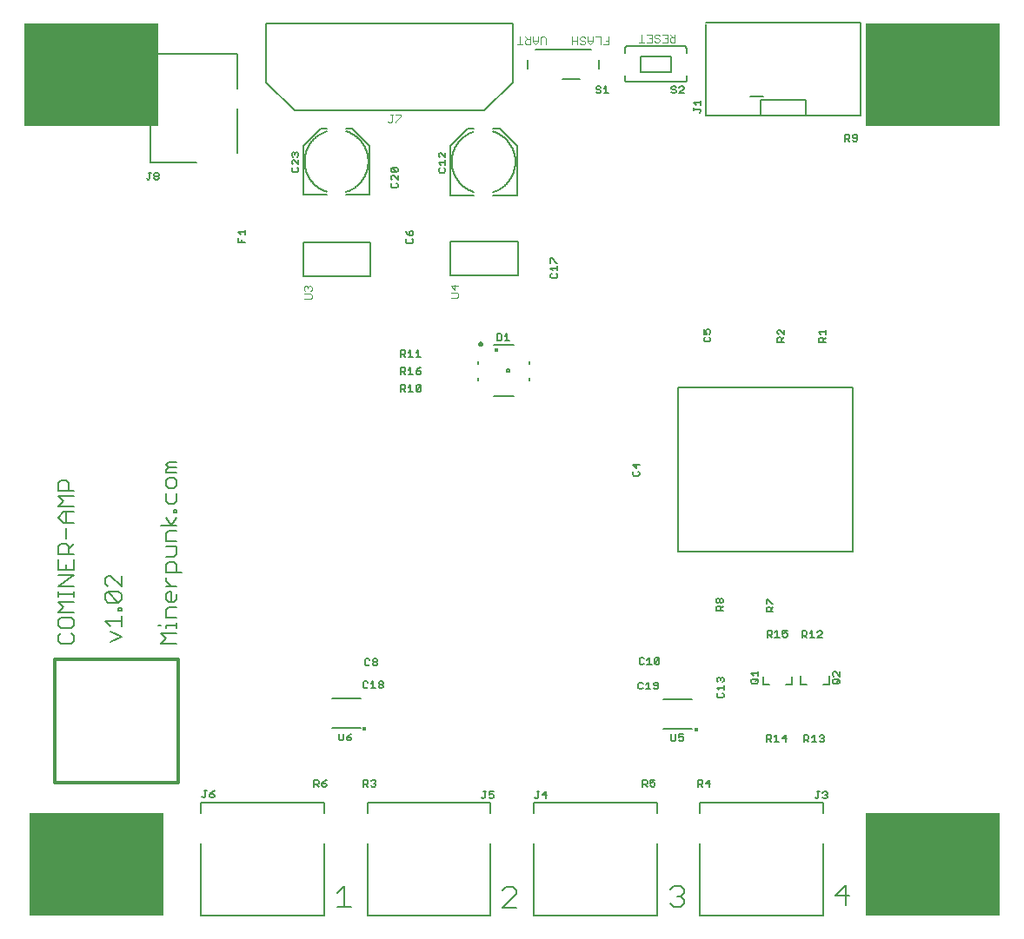
<source format=gbr>
G04 EAGLE Gerber RS-274X export*
G75*
%MOMM*%
%FSLAX34Y34*%
%LPD*%
%INSilkscreen Top*%
%IPPOS*%
%AMOC8*
5,1,8,0,0,1.08239X$1,22.5*%
G01*
%ADD10R,13.000000X10.000000*%
%ADD11C,0.304800*%
%ADD12C,0.127000*%
%ADD13C,0.076200*%
%ADD14C,0.177800*%
%ADD15C,0.152400*%
%ADD16C,0.203200*%
%ADD17C,0.400000*%
%ADD18C,0.447200*%
%ADD19C,0.254000*%


D10*
X-865000Y50000D03*
X-50000Y50000D03*
X-50000Y820000D03*
X-870000Y820000D03*
D11*
X-905000Y130000D02*
X-785000Y130000D01*
X-785000Y250000D01*
X-905000Y250000D01*
X-905000Y130000D01*
D12*
X-902142Y272389D02*
X-899558Y274973D01*
X-902142Y272389D02*
X-902142Y267220D01*
X-899558Y264635D01*
X-889220Y264635D01*
X-886635Y267220D01*
X-886635Y272389D01*
X-889220Y274973D01*
X-902142Y282656D02*
X-902142Y287825D01*
X-902142Y282656D02*
X-899558Y280071D01*
X-889220Y280071D01*
X-886635Y282656D01*
X-886635Y287825D01*
X-889220Y290409D01*
X-899558Y290409D01*
X-902142Y287825D01*
X-902142Y295507D02*
X-886635Y295507D01*
X-896973Y300676D02*
X-902142Y295507D01*
X-896973Y300676D02*
X-902142Y305845D01*
X-886635Y305845D01*
X-886635Y310943D02*
X-886635Y316112D01*
X-886635Y313528D02*
X-902142Y313528D01*
X-902142Y316112D02*
X-902142Y310943D01*
X-902142Y321234D02*
X-886635Y321234D01*
X-886635Y331572D02*
X-902142Y321234D01*
X-902142Y331572D02*
X-886635Y331572D01*
X-902142Y336670D02*
X-902142Y347008D01*
X-902142Y336670D02*
X-886635Y336670D01*
X-886635Y347008D01*
X-894389Y341839D02*
X-894389Y336670D01*
X-902142Y352106D02*
X-886635Y352106D01*
X-902142Y352106D02*
X-902142Y359860D01*
X-899558Y362444D01*
X-894389Y362444D01*
X-891804Y359860D01*
X-891804Y352106D01*
X-891804Y357275D02*
X-886635Y362444D01*
X-894389Y367542D02*
X-894389Y377880D01*
X-896973Y382978D02*
X-886635Y382978D01*
X-896973Y382978D02*
X-902142Y388147D01*
X-896973Y393316D01*
X-886635Y393316D01*
X-894389Y393316D02*
X-894389Y382978D01*
X-902142Y398414D02*
X-886635Y398414D01*
X-896973Y403583D02*
X-902142Y398414D01*
X-896973Y403583D02*
X-902142Y408752D01*
X-886635Y408752D01*
X-886635Y413850D02*
X-902142Y413850D01*
X-902142Y421604D01*
X-899558Y424188D01*
X-894389Y424188D01*
X-891804Y421604D01*
X-891804Y413850D01*
X-840635Y271804D02*
X-850973Y266635D01*
X-850973Y276973D02*
X-840635Y271804D01*
X-850973Y282071D02*
X-856142Y287240D01*
X-840635Y287240D01*
X-840635Y282071D02*
X-840635Y292409D01*
X-840635Y297507D02*
X-843220Y297507D01*
X-843220Y300092D01*
X-840635Y300092D01*
X-840635Y297507D01*
X-843220Y305225D02*
X-853558Y305225D01*
X-856142Y307810D01*
X-856142Y312979D01*
X-853558Y315563D01*
X-843220Y315563D01*
X-840635Y312979D01*
X-840635Y307810D01*
X-843220Y305225D01*
X-853558Y315563D01*
X-840635Y320661D02*
X-840635Y330999D01*
X-840635Y320661D02*
X-850973Y330999D01*
X-853558Y330999D01*
X-856142Y328415D01*
X-856142Y323246D01*
X-853558Y320661D01*
D13*
X-301381Y851247D02*
X-301381Y858619D01*
X-301381Y851247D02*
X-305067Y851247D01*
X-306296Y852475D01*
X-306296Y854933D01*
X-305067Y856162D01*
X-301381Y856162D01*
X-303838Y856162D02*
X-306296Y858619D01*
X-308865Y851247D02*
X-313780Y851247D01*
X-308865Y851247D02*
X-308865Y858619D01*
X-313780Y858619D01*
X-311323Y854933D02*
X-308865Y854933D01*
X-320035Y851247D02*
X-321264Y852475D01*
X-320035Y851247D02*
X-317578Y851247D01*
X-316349Y852475D01*
X-316349Y853704D01*
X-317578Y854933D01*
X-320035Y854933D01*
X-321264Y856162D01*
X-321264Y857390D01*
X-320035Y858619D01*
X-317578Y858619D01*
X-316349Y857390D01*
X-323833Y851247D02*
X-328748Y851247D01*
X-323833Y851247D02*
X-323833Y858619D01*
X-328748Y858619D01*
X-326291Y854933D02*
X-323833Y854933D01*
X-333775Y858619D02*
X-333775Y851247D01*
X-331318Y851247D02*
X-336232Y851247D01*
X-366381Y849247D02*
X-366381Y856619D01*
X-366381Y849247D02*
X-371296Y849247D01*
X-368838Y852933D02*
X-366381Y852933D01*
X-373865Y849247D02*
X-373865Y856619D01*
X-378780Y856619D01*
X-381349Y856619D02*
X-381349Y851704D01*
X-383807Y849247D01*
X-386264Y851704D01*
X-386264Y856619D01*
X-386264Y852933D02*
X-381349Y852933D01*
X-392520Y849247D02*
X-393748Y850475D01*
X-392520Y849247D02*
X-390062Y849247D01*
X-388833Y850475D01*
X-388833Y851704D01*
X-390062Y852933D01*
X-392520Y852933D01*
X-393748Y854162D01*
X-393748Y855390D01*
X-392520Y856619D01*
X-390062Y856619D01*
X-388833Y855390D01*
X-396318Y856619D02*
X-396318Y849247D01*
X-396318Y852933D02*
X-401232Y852933D01*
X-401232Y849247D02*
X-401232Y856619D01*
X-427381Y855390D02*
X-427381Y849247D01*
X-427381Y855390D02*
X-428610Y856619D01*
X-431067Y856619D01*
X-432296Y855390D01*
X-432296Y849247D01*
X-434865Y851704D02*
X-434865Y856619D01*
X-434865Y851704D02*
X-437323Y849247D01*
X-439780Y851704D01*
X-439780Y856619D01*
X-439780Y852933D02*
X-434865Y852933D01*
X-442349Y856619D02*
X-442349Y849247D01*
X-446035Y849247D01*
X-447264Y850475D01*
X-447264Y852933D01*
X-446035Y854162D01*
X-442349Y854162D01*
X-444807Y854162D02*
X-447264Y856619D01*
X-452291Y856619D02*
X-452291Y849247D01*
X-454748Y849247D02*
X-449833Y849247D01*
D14*
X-623417Y28972D02*
X-630111Y22278D01*
X-623417Y28972D02*
X-623417Y8889D01*
X-630111Y8889D02*
X-616722Y8889D01*
X-469111Y7889D02*
X-455722Y7889D01*
X-469111Y7889D02*
X-455722Y21278D01*
X-455722Y24625D01*
X-459069Y27972D01*
X-465764Y27972D01*
X-469111Y24625D01*
X-306111Y25625D02*
X-302764Y28972D01*
X-296069Y28972D01*
X-292722Y25625D01*
X-292722Y22278D01*
X-296069Y18931D01*
X-299417Y18931D01*
X-296069Y18931D02*
X-292722Y15583D01*
X-292722Y12236D01*
X-296069Y8889D01*
X-302764Y8889D01*
X-306111Y12236D01*
X-135069Y9889D02*
X-135069Y29972D01*
X-145111Y19931D01*
X-131722Y19931D01*
D12*
X-786635Y264635D02*
X-802142Y264635D01*
X-796973Y269804D01*
X-802142Y274973D01*
X-786635Y274973D01*
X-796973Y280071D02*
X-796973Y282656D01*
X-786635Y282656D01*
X-786635Y285240D02*
X-786635Y280071D01*
X-802142Y282656D02*
X-804727Y282656D01*
X-796973Y290362D02*
X-786635Y290362D01*
X-796973Y290362D02*
X-796973Y298115D01*
X-794389Y300700D01*
X-786635Y300700D01*
X-786635Y308382D02*
X-786635Y313551D01*
X-786635Y308382D02*
X-789220Y305798D01*
X-794389Y305798D01*
X-796973Y308382D01*
X-796973Y313551D01*
X-794389Y316136D01*
X-791804Y316136D01*
X-791804Y305798D01*
X-786635Y321234D02*
X-796973Y321234D01*
X-791804Y321234D02*
X-796973Y326403D01*
X-796973Y328988D01*
X-796973Y334097D02*
X-781466Y334097D01*
X-796973Y334097D02*
X-796973Y341851D01*
X-794389Y344435D01*
X-789220Y344435D01*
X-786635Y341851D01*
X-786635Y334097D01*
X-789220Y349533D02*
X-796973Y349533D01*
X-789220Y349533D02*
X-786635Y352118D01*
X-786635Y359871D01*
X-796973Y359871D01*
X-796973Y364969D02*
X-786635Y364969D01*
X-796973Y364969D02*
X-796973Y372723D01*
X-794389Y375308D01*
X-786635Y375308D01*
X-786635Y380405D02*
X-802142Y380405D01*
X-791804Y380405D02*
X-786635Y388159D01*
X-791804Y380405D02*
X-796973Y388159D01*
X-789220Y393269D02*
X-786635Y393269D01*
X-789220Y393269D02*
X-789220Y395853D01*
X-786635Y395853D01*
X-786635Y393269D01*
X-796973Y403571D02*
X-796973Y411325D01*
X-796973Y403571D02*
X-794389Y400987D01*
X-789220Y400987D01*
X-786635Y403571D01*
X-786635Y411325D01*
X-786635Y419007D02*
X-786635Y424177D01*
X-789220Y426761D01*
X-794389Y426761D01*
X-796973Y424177D01*
X-796973Y419007D01*
X-794389Y416423D01*
X-789220Y416423D01*
X-786635Y419007D01*
X-786635Y431859D02*
X-796973Y431859D01*
X-796973Y434444D01*
X-794389Y437028D01*
X-786635Y437028D01*
X-794389Y437028D02*
X-796973Y439613D01*
X-794389Y442197D01*
X-786635Y442197D01*
D15*
X-161454Y559078D02*
X-154844Y559078D01*
X-161454Y559078D02*
X-161454Y562383D01*
X-160352Y563484D01*
X-158149Y563484D01*
X-157047Y562383D01*
X-157047Y559078D01*
X-157047Y561281D02*
X-154844Y563484D01*
X-159250Y566562D02*
X-161454Y568765D01*
X-154844Y568765D01*
X-154844Y566562D02*
X-154844Y570968D01*
X-195044Y559178D02*
X-201654Y559178D01*
X-201654Y562483D01*
X-200552Y563584D01*
X-198349Y563584D01*
X-197247Y562483D01*
X-197247Y559178D01*
X-197247Y561381D02*
X-195044Y563584D01*
X-195044Y566662D02*
X-195044Y571068D01*
X-195044Y566662D02*
X-199450Y571068D01*
X-200552Y571068D01*
X-201654Y569967D01*
X-201654Y567764D01*
X-200552Y566662D01*
D12*
X-298000Y514600D02*
X-298000Y354600D01*
X-128000Y354600D01*
X-128000Y514600D01*
X-298000Y514600D01*
D16*
X-663366Y623490D02*
X-663366Y656510D01*
X-597834Y656510D01*
X-597834Y623490D01*
X-663366Y623490D01*
D13*
X-662540Y601068D02*
X-656397Y601068D01*
X-655168Y602296D01*
X-655168Y604754D01*
X-656397Y605983D01*
X-662540Y605983D01*
X-661312Y608552D02*
X-662540Y609781D01*
X-662540Y612238D01*
X-661312Y613467D01*
X-660083Y613467D01*
X-658854Y612238D01*
X-658854Y611009D01*
X-658854Y612238D02*
X-657625Y613467D01*
X-656397Y613467D01*
X-655168Y612238D01*
X-655168Y609781D01*
X-656397Y608552D01*
D15*
X-342562Y431983D02*
X-341460Y433084D01*
X-342562Y431983D02*
X-342562Y429779D01*
X-341460Y428678D01*
X-337054Y428678D01*
X-335952Y429779D01*
X-335952Y431983D01*
X-337054Y433084D01*
X-335952Y439467D02*
X-342562Y439467D01*
X-339257Y436162D01*
X-339257Y440568D01*
X-273354Y562583D02*
X-272252Y563684D01*
X-273354Y562583D02*
X-273354Y560379D01*
X-272252Y559278D01*
X-267846Y559278D01*
X-266744Y560379D01*
X-266744Y562583D01*
X-267846Y563684D01*
X-273354Y566762D02*
X-273354Y571168D01*
X-273354Y566762D02*
X-270049Y566762D01*
X-271150Y568965D01*
X-271150Y570067D01*
X-270049Y571168D01*
X-267846Y571168D01*
X-266744Y570067D01*
X-266744Y567864D01*
X-267846Y566762D01*
X-562252Y659684D02*
X-563354Y658583D01*
X-563354Y656379D01*
X-562252Y655278D01*
X-557846Y655278D01*
X-556744Y656379D01*
X-556744Y658583D01*
X-557846Y659684D01*
X-562252Y664965D02*
X-563354Y667168D01*
X-562252Y664965D02*
X-560049Y662762D01*
X-557846Y662762D01*
X-556744Y663864D01*
X-556744Y666067D01*
X-557846Y667168D01*
X-558947Y667168D01*
X-560049Y666067D01*
X-560049Y662762D01*
D16*
X-520300Y702300D02*
X-497300Y702300D01*
X-520300Y702300D02*
X-520300Y750300D01*
X-503300Y767300D01*
X-497300Y767300D01*
X-478300Y767300D02*
X-472300Y767300D01*
X-455300Y750300D01*
X-455300Y702300D01*
X-478300Y702300D01*
X-497300Y705300D02*
X-498018Y705541D01*
X-498731Y705800D01*
X-499436Y706076D01*
X-500135Y706369D01*
X-500827Y706679D01*
X-501510Y707006D01*
X-502186Y707349D01*
X-502853Y707709D01*
X-503511Y708085D01*
X-504159Y708477D01*
X-504798Y708885D01*
X-505426Y709308D01*
X-506044Y709747D01*
X-506651Y710200D01*
X-507247Y710669D01*
X-507831Y711151D01*
X-508403Y711648D01*
X-508963Y712159D01*
X-509510Y712683D01*
X-510045Y713220D01*
X-510566Y713771D01*
X-511073Y714334D01*
X-511566Y714909D01*
X-512046Y715496D01*
X-512510Y716094D01*
X-512960Y716704D01*
X-513395Y717325D01*
X-513815Y717956D01*
X-514219Y718597D01*
X-514607Y719247D01*
X-514979Y719908D01*
X-515335Y720576D01*
X-515675Y721254D01*
X-515998Y721940D01*
X-516304Y722633D01*
X-516593Y723333D01*
X-516864Y724041D01*
X-517119Y724754D01*
X-517356Y725474D01*
X-517575Y726200D01*
X-517776Y726930D01*
X-517960Y727665D01*
X-518125Y728405D01*
X-518272Y729148D01*
X-518401Y729895D01*
X-518512Y730645D01*
X-518605Y731397D01*
X-518679Y732151D01*
X-518734Y732907D01*
X-518771Y733664D01*
X-518790Y734421D01*
X-518790Y735179D01*
X-518771Y735936D01*
X-518734Y736693D01*
X-518679Y737449D01*
X-518605Y738203D01*
X-518512Y738955D01*
X-518401Y739705D01*
X-518272Y740452D01*
X-518125Y741195D01*
X-517960Y741935D01*
X-517776Y742670D01*
X-517575Y743400D01*
X-517356Y744126D01*
X-517119Y744846D01*
X-516864Y745559D01*
X-516593Y746267D01*
X-516304Y746967D01*
X-515998Y747660D01*
X-515675Y748346D01*
X-515335Y749024D01*
X-514979Y749692D01*
X-514607Y750353D01*
X-514219Y751003D01*
X-513815Y751644D01*
X-513395Y752275D01*
X-512960Y752896D01*
X-512510Y753506D01*
X-512046Y754104D01*
X-511566Y754691D01*
X-511073Y755266D01*
X-510566Y755829D01*
X-510045Y756380D01*
X-509510Y756917D01*
X-508963Y757441D01*
X-508403Y757952D01*
X-507831Y758449D01*
X-507247Y758931D01*
X-506651Y759400D01*
X-506044Y759853D01*
X-505426Y760292D01*
X-504798Y760715D01*
X-504159Y761123D01*
X-503511Y761515D01*
X-502853Y761891D01*
X-502186Y762251D01*
X-501510Y762594D01*
X-500827Y762921D01*
X-500135Y763231D01*
X-499436Y763524D01*
X-498731Y763800D01*
X-498018Y764059D01*
X-497300Y764300D01*
X-478300Y764300D02*
X-477582Y764059D01*
X-476869Y763800D01*
X-476164Y763524D01*
X-475465Y763231D01*
X-474773Y762921D01*
X-474090Y762594D01*
X-473414Y762251D01*
X-472747Y761891D01*
X-472089Y761515D01*
X-471441Y761123D01*
X-470802Y760715D01*
X-470174Y760292D01*
X-469556Y759853D01*
X-468949Y759400D01*
X-468353Y758931D01*
X-467769Y758449D01*
X-467197Y757952D01*
X-466637Y757441D01*
X-466090Y756917D01*
X-465555Y756380D01*
X-465034Y755829D01*
X-464527Y755266D01*
X-464034Y754691D01*
X-463554Y754104D01*
X-463090Y753506D01*
X-462640Y752896D01*
X-462205Y752275D01*
X-461785Y751644D01*
X-461381Y751003D01*
X-460993Y750353D01*
X-460621Y749692D01*
X-460265Y749024D01*
X-459925Y748346D01*
X-459602Y747660D01*
X-459296Y746967D01*
X-459007Y746267D01*
X-458736Y745559D01*
X-458481Y744846D01*
X-458244Y744126D01*
X-458025Y743400D01*
X-457824Y742670D01*
X-457640Y741935D01*
X-457475Y741195D01*
X-457328Y740452D01*
X-457199Y739705D01*
X-457088Y738955D01*
X-456995Y738203D01*
X-456921Y737449D01*
X-456866Y736693D01*
X-456829Y735936D01*
X-456810Y735179D01*
X-456810Y734421D01*
X-456829Y733664D01*
X-456866Y732907D01*
X-456921Y732151D01*
X-456995Y731397D01*
X-457088Y730645D01*
X-457199Y729895D01*
X-457328Y729148D01*
X-457475Y728405D01*
X-457640Y727665D01*
X-457824Y726930D01*
X-458025Y726200D01*
X-458244Y725474D01*
X-458481Y724754D01*
X-458736Y724041D01*
X-459007Y723333D01*
X-459296Y722633D01*
X-459602Y721940D01*
X-459925Y721254D01*
X-460265Y720576D01*
X-460621Y719908D01*
X-460993Y719247D01*
X-461381Y718597D01*
X-461785Y717956D01*
X-462205Y717325D01*
X-462640Y716704D01*
X-463090Y716094D01*
X-463554Y715496D01*
X-464034Y714909D01*
X-464527Y714334D01*
X-465034Y713771D01*
X-465555Y713220D01*
X-466090Y712683D01*
X-466637Y712159D01*
X-467197Y711648D01*
X-467769Y711151D01*
X-468353Y710669D01*
X-468949Y710200D01*
X-469556Y709747D01*
X-470174Y709308D01*
X-470802Y708885D01*
X-471441Y708477D01*
X-472089Y708085D01*
X-472747Y707709D01*
X-473414Y707349D01*
X-474090Y707006D01*
X-474773Y706679D01*
X-475465Y706369D01*
X-476164Y706076D01*
X-476869Y705800D01*
X-477582Y705541D01*
X-478300Y705300D01*
D15*
X-530360Y728742D02*
X-531462Y727641D01*
X-531462Y725437D01*
X-530360Y724336D01*
X-525954Y724336D01*
X-524852Y725437D01*
X-524852Y727641D01*
X-525954Y728742D01*
X-529258Y731820D02*
X-531462Y734023D01*
X-524852Y734023D01*
X-524852Y731820D02*
X-524852Y736226D01*
X-524852Y739304D02*
X-524852Y743711D01*
X-529258Y743711D02*
X-524852Y739304D01*
X-529258Y743711D02*
X-530360Y743711D01*
X-531462Y742609D01*
X-531462Y740406D01*
X-530360Y739304D01*
D16*
X-277000Y110000D02*
X-157000Y110000D01*
X-277000Y70000D02*
X-277000Y0D01*
X-277000Y100000D02*
X-277000Y110000D01*
X-277000Y0D02*
X-157000Y0D01*
X-157000Y70000D01*
X-157000Y100000D02*
X-157000Y110000D01*
D15*
X-163836Y114082D02*
X-164938Y115184D01*
X-163836Y114082D02*
X-162735Y114082D01*
X-161633Y115184D01*
X-161633Y120692D01*
X-160532Y120692D02*
X-162735Y120692D01*
X-157454Y119590D02*
X-156352Y120692D01*
X-154149Y120692D01*
X-153047Y119590D01*
X-153047Y118488D01*
X-154149Y117387D01*
X-155251Y117387D01*
X-154149Y117387D02*
X-153047Y116285D01*
X-153047Y115184D01*
X-154149Y114082D01*
X-156352Y114082D01*
X-157454Y115184D01*
D16*
X-284500Y210750D02*
X-312500Y210750D01*
X-312500Y182250D02*
X-284500Y182250D01*
D17*
X-280500Y181500D03*
D15*
X-305222Y176694D02*
X-305222Y171186D01*
X-304121Y170084D01*
X-301917Y170084D01*
X-300816Y171186D01*
X-300816Y176694D01*
X-297738Y176694D02*
X-293332Y176694D01*
X-297738Y176694D02*
X-297738Y173389D01*
X-295535Y174490D01*
X-294433Y174490D01*
X-293332Y173389D01*
X-293332Y171186D01*
X-294433Y170084D01*
X-296636Y170084D01*
X-297738Y171186D01*
D16*
X-319000Y110000D02*
X-439000Y110000D01*
X-439000Y70000D02*
X-439000Y0D01*
X-439000Y100000D02*
X-439000Y110000D01*
X-439000Y0D02*
X-319000Y0D01*
X-319000Y70000D01*
X-319000Y100000D02*
X-319000Y110000D01*
D15*
X-436836Y114082D02*
X-437938Y115184D01*
X-436836Y114082D02*
X-435735Y114082D01*
X-434633Y115184D01*
X-434633Y120692D01*
X-433532Y120692D02*
X-435735Y120692D01*
X-427149Y120692D02*
X-427149Y114082D01*
X-430454Y117387D02*
X-427149Y120692D01*
X-426047Y117387D02*
X-430454Y117387D01*
D16*
X-157000Y225500D02*
X-151000Y225500D01*
X-151000Y233500D01*
X-173000Y225500D02*
X-179000Y225500D01*
X-179000Y233500D01*
D15*
X-146632Y225778D02*
X-142226Y225778D01*
X-146632Y225778D02*
X-147734Y226879D01*
X-147734Y229083D01*
X-146632Y230184D01*
X-142226Y230184D01*
X-141124Y229083D01*
X-141124Y226879D01*
X-142226Y225778D01*
X-143327Y227981D02*
X-141124Y230184D01*
X-141124Y233262D02*
X-141124Y237668D01*
X-141124Y233262D02*
X-145530Y237668D01*
X-146632Y237668D01*
X-147734Y236567D01*
X-147734Y234364D01*
X-146632Y233262D01*
X-177464Y270744D02*
X-177464Y277354D01*
X-174159Y277354D01*
X-173058Y276252D01*
X-173058Y274049D01*
X-174159Y272947D01*
X-177464Y272947D01*
X-175261Y272947D02*
X-173058Y270744D01*
X-169980Y275150D02*
X-167777Y277354D01*
X-167777Y270744D01*
X-169980Y270744D02*
X-165574Y270744D01*
X-162496Y270744D02*
X-158090Y270744D01*
X-162496Y270744D02*
X-158090Y275150D01*
X-158090Y276252D01*
X-159191Y277354D01*
X-161394Y277354D01*
X-162496Y276252D01*
X-175464Y175854D02*
X-175464Y169244D01*
X-175464Y175854D02*
X-172159Y175854D01*
X-171058Y174752D01*
X-171058Y172549D01*
X-172159Y171447D01*
X-175464Y171447D01*
X-173261Y171447D02*
X-171058Y169244D01*
X-167980Y173650D02*
X-165777Y175854D01*
X-165777Y169244D01*
X-167980Y169244D02*
X-163574Y169244D01*
X-160496Y174752D02*
X-159394Y175854D01*
X-157191Y175854D01*
X-156090Y174752D01*
X-156090Y173650D01*
X-157191Y172549D01*
X-158293Y172549D01*
X-157191Y172549D02*
X-156090Y171447D01*
X-156090Y170346D01*
X-157191Y169244D01*
X-159394Y169244D01*
X-160496Y170346D01*
D16*
X-187500Y225000D02*
X-193500Y225000D01*
X-187500Y225000D02*
X-187500Y233000D01*
X-209500Y225000D02*
X-215500Y225000D01*
X-215500Y233000D01*
D15*
X-221726Y226278D02*
X-226132Y226278D01*
X-227234Y227379D01*
X-227234Y229583D01*
X-226132Y230684D01*
X-221726Y230684D01*
X-220624Y229583D01*
X-220624Y227379D01*
X-221726Y226278D01*
X-222827Y228481D02*
X-220624Y230684D01*
X-225030Y233762D02*
X-227234Y235965D01*
X-220624Y235965D01*
X-220624Y233762D02*
X-220624Y238168D01*
X-211964Y176354D02*
X-211964Y169744D01*
X-211964Y176354D02*
X-208659Y176354D01*
X-207558Y175252D01*
X-207558Y173049D01*
X-208659Y171947D01*
X-211964Y171947D01*
X-209761Y171947D02*
X-207558Y169744D01*
X-204480Y174150D02*
X-202277Y176354D01*
X-202277Y169744D01*
X-204480Y169744D02*
X-200074Y169744D01*
X-193691Y169744D02*
X-193691Y176354D01*
X-196996Y173049D01*
X-192590Y173049D01*
X-211464Y271244D02*
X-211464Y277854D01*
X-208159Y277854D01*
X-207058Y276752D01*
X-207058Y274549D01*
X-208159Y273447D01*
X-211464Y273447D01*
X-209261Y273447D02*
X-207058Y271244D01*
X-203980Y275650D02*
X-201777Y277854D01*
X-201777Y271244D01*
X-203980Y271244D02*
X-199574Y271244D01*
X-196496Y277854D02*
X-192090Y277854D01*
X-196496Y277854D02*
X-196496Y274549D01*
X-194293Y275650D01*
X-193191Y275650D01*
X-192090Y274549D01*
X-192090Y272346D01*
X-193191Y271244D01*
X-195394Y271244D01*
X-196496Y272346D01*
D16*
X-481000Y110000D02*
X-601000Y110000D01*
X-601000Y70000D02*
X-601000Y0D01*
X-601000Y100000D02*
X-601000Y110000D01*
X-601000Y0D02*
X-481000Y0D01*
X-481000Y70000D01*
X-481000Y100000D02*
X-481000Y110000D01*
D15*
X-488836Y114082D02*
X-489938Y115184D01*
X-488836Y114082D02*
X-487735Y114082D01*
X-486633Y115184D01*
X-486633Y120692D01*
X-485532Y120692D02*
X-487735Y120692D01*
X-482454Y120692D02*
X-478047Y120692D01*
X-482454Y120692D02*
X-482454Y117387D01*
X-480251Y118488D01*
X-479149Y118488D01*
X-478047Y117387D01*
X-478047Y115184D01*
X-479149Y114082D01*
X-481352Y114082D01*
X-482454Y115184D01*
D16*
X-607700Y211350D02*
X-635700Y211350D01*
X-635700Y182850D02*
X-607700Y182850D01*
D17*
X-603700Y182100D03*
D15*
X-628422Y177294D02*
X-628422Y171786D01*
X-627321Y170684D01*
X-625117Y170684D01*
X-624016Y171786D01*
X-624016Y177294D01*
X-618735Y176192D02*
X-616532Y177294D01*
X-618735Y176192D02*
X-620938Y173989D01*
X-620938Y171786D01*
X-619836Y170684D01*
X-617633Y170684D01*
X-616532Y171786D01*
X-616532Y172887D01*
X-617633Y173989D01*
X-620938Y173989D01*
D16*
X-643000Y110000D02*
X-763000Y110000D01*
X-763000Y70000D02*
X-763000Y0D01*
X-763000Y100000D02*
X-763000Y110000D01*
X-763000Y0D02*
X-643000Y0D01*
X-643000Y70000D01*
X-643000Y100000D02*
X-643000Y110000D01*
D15*
X-760836Y115082D02*
X-761938Y116184D01*
X-760836Y115082D02*
X-759735Y115082D01*
X-758633Y116184D01*
X-758633Y121692D01*
X-757532Y121692D02*
X-759735Y121692D01*
X-752251Y120590D02*
X-750047Y121692D01*
X-752251Y120590D02*
X-754454Y118387D01*
X-754454Y116184D01*
X-753352Y115082D01*
X-751149Y115082D01*
X-750047Y116184D01*
X-750047Y117285D01*
X-751149Y118387D01*
X-754454Y118387D01*
D16*
X-520066Y623690D02*
X-520066Y656710D01*
X-454534Y656710D01*
X-454534Y623690D01*
X-520066Y623690D01*
D13*
X-519740Y602368D02*
X-513597Y602368D01*
X-512368Y603596D01*
X-512368Y606054D01*
X-513597Y607283D01*
X-519740Y607283D01*
X-519740Y613538D02*
X-512368Y613538D01*
X-516054Y609852D02*
X-519740Y613538D01*
X-516054Y614767D02*
X-516054Y609852D01*
D15*
X-422454Y624641D02*
X-421352Y625742D01*
X-422454Y624641D02*
X-422454Y622437D01*
X-421352Y621336D01*
X-416946Y621336D01*
X-415844Y622437D01*
X-415844Y624641D01*
X-416946Y625742D01*
X-420250Y628820D02*
X-422454Y631023D01*
X-415844Y631023D01*
X-415844Y628820D02*
X-415844Y633226D01*
X-422454Y636304D02*
X-422454Y640710D01*
X-421352Y640710D01*
X-416946Y636304D01*
X-415844Y636304D01*
X-601659Y228354D02*
X-600558Y227252D01*
X-601659Y228354D02*
X-603863Y228354D01*
X-604964Y227252D01*
X-604964Y222846D01*
X-603863Y221744D01*
X-601659Y221744D01*
X-600558Y222846D01*
X-597480Y226150D02*
X-595277Y228354D01*
X-595277Y221744D01*
X-597480Y221744D02*
X-593074Y221744D01*
X-589996Y227252D02*
X-588894Y228354D01*
X-586691Y228354D01*
X-585590Y227252D01*
X-585590Y226150D01*
X-586691Y225049D01*
X-585590Y223947D01*
X-585590Y222846D01*
X-586691Y221744D01*
X-588894Y221744D01*
X-589996Y222846D01*
X-589996Y223947D01*
X-588894Y225049D01*
X-589996Y226150D01*
X-589996Y227252D01*
X-588894Y225049D02*
X-586691Y225049D01*
X-333659Y227354D02*
X-332558Y226252D01*
X-333659Y227354D02*
X-335863Y227354D01*
X-336964Y226252D01*
X-336964Y221846D01*
X-335863Y220744D01*
X-333659Y220744D01*
X-332558Y221846D01*
X-329480Y225150D02*
X-327277Y227354D01*
X-327277Y220744D01*
X-329480Y220744D02*
X-325074Y220744D01*
X-321996Y221846D02*
X-320894Y220744D01*
X-318691Y220744D01*
X-317590Y221846D01*
X-317590Y226252D01*
X-318691Y227354D01*
X-320894Y227354D01*
X-321996Y226252D01*
X-321996Y225150D01*
X-320894Y224049D01*
X-317590Y224049D01*
X-577762Y712841D02*
X-576660Y713942D01*
X-577762Y712841D02*
X-577762Y710637D01*
X-576660Y709536D01*
X-572254Y709536D01*
X-571152Y710637D01*
X-571152Y712841D01*
X-572254Y713942D01*
X-571152Y717020D02*
X-571152Y721426D01*
X-571152Y717020D02*
X-575558Y721426D01*
X-576660Y721426D01*
X-577762Y720325D01*
X-577762Y718122D01*
X-576660Y717020D01*
X-576660Y724504D02*
X-572254Y724504D01*
X-576660Y724504D02*
X-577762Y725606D01*
X-577762Y727809D01*
X-576660Y728911D01*
X-572254Y728911D01*
X-571152Y727809D01*
X-571152Y725606D01*
X-572254Y724504D01*
X-576660Y728911D01*
D16*
X-640500Y702500D02*
X-663500Y702500D01*
X-663500Y750500D01*
X-646500Y767500D01*
X-640500Y767500D01*
X-621500Y767500D02*
X-615500Y767500D01*
X-598500Y750500D01*
X-598500Y702500D01*
X-621500Y702500D01*
X-640500Y705500D02*
X-641218Y705741D01*
X-641931Y706000D01*
X-642636Y706276D01*
X-643335Y706569D01*
X-644027Y706879D01*
X-644710Y707206D01*
X-645386Y707549D01*
X-646053Y707909D01*
X-646711Y708285D01*
X-647359Y708677D01*
X-647998Y709085D01*
X-648626Y709508D01*
X-649244Y709947D01*
X-649851Y710400D01*
X-650447Y710869D01*
X-651031Y711351D01*
X-651603Y711848D01*
X-652163Y712359D01*
X-652710Y712883D01*
X-653245Y713420D01*
X-653766Y713971D01*
X-654273Y714534D01*
X-654766Y715109D01*
X-655246Y715696D01*
X-655710Y716294D01*
X-656160Y716904D01*
X-656595Y717525D01*
X-657015Y718156D01*
X-657419Y718797D01*
X-657807Y719447D01*
X-658179Y720108D01*
X-658535Y720776D01*
X-658875Y721454D01*
X-659198Y722140D01*
X-659504Y722833D01*
X-659793Y723533D01*
X-660064Y724241D01*
X-660319Y724954D01*
X-660556Y725674D01*
X-660775Y726400D01*
X-660976Y727130D01*
X-661160Y727865D01*
X-661325Y728605D01*
X-661472Y729348D01*
X-661601Y730095D01*
X-661712Y730845D01*
X-661805Y731597D01*
X-661879Y732351D01*
X-661934Y733107D01*
X-661971Y733864D01*
X-661990Y734621D01*
X-661990Y735379D01*
X-661971Y736136D01*
X-661934Y736893D01*
X-661879Y737649D01*
X-661805Y738403D01*
X-661712Y739155D01*
X-661601Y739905D01*
X-661472Y740652D01*
X-661325Y741395D01*
X-661160Y742135D01*
X-660976Y742870D01*
X-660775Y743600D01*
X-660556Y744326D01*
X-660319Y745046D01*
X-660064Y745759D01*
X-659793Y746467D01*
X-659504Y747167D01*
X-659198Y747860D01*
X-658875Y748546D01*
X-658535Y749224D01*
X-658179Y749892D01*
X-657807Y750553D01*
X-657419Y751203D01*
X-657015Y751844D01*
X-656595Y752475D01*
X-656160Y753096D01*
X-655710Y753706D01*
X-655246Y754304D01*
X-654766Y754891D01*
X-654273Y755466D01*
X-653766Y756029D01*
X-653245Y756580D01*
X-652710Y757117D01*
X-652163Y757641D01*
X-651603Y758152D01*
X-651031Y758649D01*
X-650447Y759131D01*
X-649851Y759600D01*
X-649244Y760053D01*
X-648626Y760492D01*
X-647998Y760915D01*
X-647359Y761323D01*
X-646711Y761715D01*
X-646053Y762091D01*
X-645386Y762451D01*
X-644710Y762794D01*
X-644027Y763121D01*
X-643335Y763431D01*
X-642636Y763724D01*
X-641931Y764000D01*
X-641218Y764259D01*
X-640500Y764500D01*
X-621500Y764500D02*
X-620782Y764259D01*
X-620069Y764000D01*
X-619364Y763724D01*
X-618665Y763431D01*
X-617973Y763121D01*
X-617290Y762794D01*
X-616614Y762451D01*
X-615947Y762091D01*
X-615289Y761715D01*
X-614641Y761323D01*
X-614002Y760915D01*
X-613374Y760492D01*
X-612756Y760053D01*
X-612149Y759600D01*
X-611553Y759131D01*
X-610969Y758649D01*
X-610397Y758152D01*
X-609837Y757641D01*
X-609290Y757117D01*
X-608755Y756580D01*
X-608234Y756029D01*
X-607727Y755466D01*
X-607234Y754891D01*
X-606754Y754304D01*
X-606290Y753706D01*
X-605840Y753096D01*
X-605405Y752475D01*
X-604985Y751844D01*
X-604581Y751203D01*
X-604193Y750553D01*
X-603821Y749892D01*
X-603465Y749224D01*
X-603125Y748546D01*
X-602802Y747860D01*
X-602496Y747167D01*
X-602207Y746467D01*
X-601936Y745759D01*
X-601681Y745046D01*
X-601444Y744326D01*
X-601225Y743600D01*
X-601024Y742870D01*
X-600840Y742135D01*
X-600675Y741395D01*
X-600528Y740652D01*
X-600399Y739905D01*
X-600288Y739155D01*
X-600195Y738403D01*
X-600121Y737649D01*
X-600066Y736893D01*
X-600029Y736136D01*
X-600010Y735379D01*
X-600010Y734621D01*
X-600029Y733864D01*
X-600066Y733107D01*
X-600121Y732351D01*
X-600195Y731597D01*
X-600288Y730845D01*
X-600399Y730095D01*
X-600528Y729348D01*
X-600675Y728605D01*
X-600840Y727865D01*
X-601024Y727130D01*
X-601225Y726400D01*
X-601444Y725674D01*
X-601681Y724954D01*
X-601936Y724241D01*
X-602207Y723533D01*
X-602496Y722833D01*
X-602802Y722140D01*
X-603125Y721454D01*
X-603465Y720776D01*
X-603821Y720108D01*
X-604193Y719447D01*
X-604581Y718797D01*
X-604985Y718156D01*
X-605405Y717525D01*
X-605840Y716904D01*
X-606290Y716294D01*
X-606754Y715696D01*
X-607234Y715109D01*
X-607727Y714534D01*
X-608234Y713971D01*
X-608755Y713420D01*
X-609290Y712883D01*
X-609837Y712359D01*
X-610397Y711848D01*
X-610969Y711351D01*
X-611553Y710869D01*
X-612149Y710400D01*
X-612756Y709947D01*
X-613374Y709508D01*
X-614002Y709085D01*
X-614641Y708677D01*
X-615289Y708285D01*
X-615947Y707909D01*
X-616614Y707549D01*
X-617290Y707206D01*
X-617973Y706879D01*
X-618665Y706569D01*
X-619364Y706276D01*
X-620069Y706000D01*
X-620782Y705741D01*
X-621500Y705500D01*
D15*
X-673560Y728942D02*
X-674662Y727841D01*
X-674662Y725637D01*
X-673560Y724536D01*
X-669154Y724536D01*
X-668052Y725637D01*
X-668052Y727841D01*
X-669154Y728942D01*
X-668052Y732020D02*
X-668052Y736426D01*
X-668052Y732020D02*
X-672458Y736426D01*
X-673560Y736426D01*
X-674662Y735325D01*
X-674662Y733122D01*
X-673560Y732020D01*
X-673560Y739504D02*
X-674662Y740606D01*
X-674662Y742809D01*
X-673560Y743911D01*
X-672458Y743911D01*
X-671357Y742809D01*
X-671357Y741707D01*
X-671357Y742809D02*
X-670255Y743911D01*
X-669154Y743911D01*
X-668052Y742809D01*
X-668052Y740606D01*
X-669154Y739504D01*
D12*
X-699300Y869800D02*
X-459300Y869800D01*
X-459300Y812300D01*
X-486800Y784800D02*
X-671800Y784800D01*
X-699300Y812300D02*
X-699300Y869800D01*
X-699300Y812300D02*
X-671800Y784800D01*
X-486800Y784800D02*
X-459300Y812300D01*
D13*
X-579790Y773081D02*
X-581019Y774310D01*
X-579790Y773081D02*
X-578562Y773081D01*
X-577333Y774310D01*
X-577333Y780453D01*
X-578562Y780453D02*
X-576104Y780453D01*
X-573535Y780453D02*
X-568620Y780453D01*
X-568620Y779225D01*
X-573535Y774310D01*
X-573535Y773081D01*
D16*
X-767600Y733800D02*
X-812600Y733800D01*
X-727600Y743800D02*
X-727600Y786800D01*
X-727600Y805700D02*
X-727600Y839800D01*
X-812600Y839800D02*
X-812600Y733800D01*
X-812600Y839800D02*
X-727600Y839800D01*
X-812100Y839800D02*
X-812600Y839800D01*
D15*
X-816058Y718446D02*
X-814957Y717344D01*
X-813855Y717344D01*
X-812754Y718446D01*
X-812754Y723954D01*
X-813855Y723954D02*
X-811652Y723954D01*
X-808574Y722852D02*
X-807473Y723954D01*
X-805269Y723954D01*
X-804168Y722852D01*
X-804168Y721750D01*
X-805269Y720649D01*
X-804168Y719547D01*
X-804168Y718446D01*
X-805269Y717344D01*
X-807473Y717344D01*
X-808574Y718446D01*
X-808574Y719547D01*
X-807473Y720649D01*
X-808574Y721750D01*
X-808574Y722852D01*
X-807473Y720649D02*
X-805269Y720649D01*
X-599917Y250354D02*
X-598816Y249252D01*
X-599917Y250354D02*
X-602121Y250354D01*
X-603222Y249252D01*
X-603222Y244846D01*
X-602121Y243744D01*
X-599917Y243744D01*
X-598816Y244846D01*
X-595738Y249252D02*
X-594636Y250354D01*
X-592433Y250354D01*
X-591332Y249252D01*
X-591332Y248150D01*
X-592433Y247049D01*
X-591332Y245947D01*
X-591332Y244846D01*
X-592433Y243744D01*
X-594636Y243744D01*
X-595738Y244846D01*
X-595738Y245947D01*
X-594636Y247049D01*
X-595738Y248150D01*
X-595738Y249252D01*
X-594636Y247049D02*
X-592433Y247049D01*
X-332659Y251354D02*
X-331558Y250252D01*
X-332659Y251354D02*
X-334863Y251354D01*
X-335964Y250252D01*
X-335964Y245846D01*
X-334863Y244744D01*
X-332659Y244744D01*
X-331558Y245846D01*
X-328480Y249150D02*
X-326277Y251354D01*
X-326277Y244744D01*
X-328480Y244744D02*
X-324074Y244744D01*
X-320996Y245846D02*
X-320996Y250252D01*
X-319894Y251354D01*
X-317691Y251354D01*
X-316590Y250252D01*
X-316590Y245846D01*
X-317691Y244744D01*
X-319894Y244744D01*
X-320996Y245846D01*
X-316590Y250252D01*
X-260354Y215841D02*
X-259252Y216942D01*
X-260354Y215841D02*
X-260354Y213637D01*
X-259252Y212536D01*
X-254846Y212536D01*
X-253744Y213637D01*
X-253744Y215841D01*
X-254846Y216942D01*
X-258150Y220020D02*
X-260354Y222223D01*
X-253744Y222223D01*
X-253744Y220020D02*
X-253744Y224426D01*
X-259252Y227504D02*
X-260354Y228606D01*
X-260354Y230809D01*
X-259252Y231910D01*
X-258150Y231910D01*
X-257049Y230809D01*
X-257049Y229707D01*
X-257049Y230809D02*
X-255947Y231910D01*
X-254846Y231910D01*
X-253744Y230809D01*
X-253744Y228606D01*
X-254846Y227504D01*
X-604722Y132354D02*
X-604722Y125744D01*
X-604722Y132354D02*
X-601417Y132354D01*
X-600316Y131252D01*
X-600316Y129049D01*
X-601417Y127947D01*
X-604722Y127947D01*
X-602519Y127947D02*
X-600316Y125744D01*
X-597238Y131252D02*
X-596136Y132354D01*
X-593933Y132354D01*
X-592832Y131252D01*
X-592832Y130150D01*
X-593933Y129049D01*
X-595035Y129049D01*
X-593933Y129049D02*
X-592832Y127947D01*
X-592832Y126846D01*
X-593933Y125744D01*
X-596136Y125744D01*
X-597238Y126846D01*
X-278722Y125744D02*
X-278722Y132354D01*
X-275417Y132354D01*
X-274316Y131252D01*
X-274316Y129049D01*
X-275417Y127947D01*
X-278722Y127947D01*
X-276519Y127947D02*
X-274316Y125744D01*
X-267933Y125744D02*
X-267933Y132354D01*
X-271238Y129049D01*
X-266832Y129049D01*
X-332722Y125744D02*
X-332722Y132354D01*
X-329417Y132354D01*
X-328316Y131252D01*
X-328316Y129049D01*
X-329417Y127947D01*
X-332722Y127947D01*
X-330519Y127947D02*
X-328316Y125744D01*
X-325238Y132354D02*
X-320832Y132354D01*
X-325238Y132354D02*
X-325238Y129049D01*
X-323035Y130150D01*
X-321933Y130150D01*
X-320832Y129049D01*
X-320832Y126846D01*
X-321933Y125744D01*
X-324136Y125744D01*
X-325238Y126846D01*
X-652722Y125744D02*
X-652722Y132354D01*
X-649417Y132354D01*
X-648316Y131252D01*
X-648316Y129049D01*
X-649417Y127947D01*
X-652722Y127947D01*
X-650519Y127947D02*
X-648316Y125744D01*
X-643035Y131252D02*
X-640832Y132354D01*
X-643035Y131252D02*
X-645238Y129049D01*
X-645238Y126846D01*
X-644136Y125744D01*
X-641933Y125744D01*
X-640832Y126846D01*
X-640832Y127947D01*
X-641933Y129049D01*
X-645238Y129049D01*
D16*
X-271600Y870000D02*
X-120400Y870000D01*
X-120400Y780000D02*
X-174000Y780000D01*
X-218000Y780000D01*
X-271600Y780000D01*
X-271600Y869000D01*
X-120400Y870000D02*
X-120400Y780000D01*
X-218000Y780000D02*
X-218000Y795000D01*
X-174000Y795000D01*
X-174000Y780000D01*
X-215050Y798520D02*
X-227750Y798520D01*
D15*
X-276502Y783764D02*
X-277604Y782662D01*
X-276502Y783764D02*
X-276502Y784865D01*
X-277604Y785967D01*
X-283112Y785967D01*
X-283112Y787068D02*
X-283112Y784865D01*
X-280908Y790146D02*
X-283112Y792349D01*
X-276502Y792349D01*
X-276502Y790146D02*
X-276502Y794553D01*
D16*
X-444770Y825730D02*
X-444770Y834270D01*
X-375230Y834270D02*
X-375230Y825730D01*
X-383000Y844270D02*
X-437000Y844270D01*
X-411270Y815730D02*
X-393730Y815730D01*
D15*
X-374797Y808274D02*
X-373696Y807172D01*
X-374797Y808274D02*
X-377001Y808274D01*
X-378102Y807172D01*
X-378102Y806070D01*
X-377001Y804969D01*
X-374797Y804969D01*
X-373696Y803867D01*
X-373696Y802766D01*
X-374797Y801664D01*
X-377001Y801664D01*
X-378102Y802766D01*
X-370618Y806070D02*
X-368415Y808274D01*
X-368415Y801664D01*
X-370618Y801664D02*
X-366212Y801664D01*
D16*
X-350000Y845000D02*
X-349998Y845098D01*
X-349992Y845196D01*
X-349983Y845294D01*
X-349969Y845391D01*
X-349952Y845488D01*
X-349931Y845584D01*
X-349906Y845679D01*
X-349878Y845773D01*
X-349845Y845865D01*
X-349810Y845957D01*
X-349770Y846047D01*
X-349728Y846135D01*
X-349681Y846222D01*
X-349632Y846306D01*
X-349579Y846389D01*
X-349523Y846469D01*
X-349463Y846548D01*
X-349401Y846624D01*
X-349336Y846697D01*
X-349268Y846768D01*
X-349197Y846836D01*
X-349124Y846901D01*
X-349048Y846963D01*
X-348969Y847023D01*
X-348889Y847079D01*
X-348806Y847132D01*
X-348722Y847181D01*
X-348635Y847228D01*
X-348547Y847270D01*
X-348457Y847310D01*
X-348365Y847345D01*
X-348273Y847378D01*
X-348179Y847406D01*
X-348084Y847431D01*
X-347988Y847452D01*
X-347891Y847469D01*
X-347794Y847483D01*
X-347696Y847492D01*
X-347598Y847498D01*
X-347500Y847500D01*
X-292500Y847500D01*
X-292402Y847498D01*
X-292304Y847492D01*
X-292206Y847483D01*
X-292109Y847469D01*
X-292012Y847452D01*
X-291916Y847431D01*
X-291821Y847406D01*
X-291727Y847378D01*
X-291635Y847345D01*
X-291543Y847310D01*
X-291453Y847270D01*
X-291365Y847228D01*
X-291278Y847181D01*
X-291194Y847132D01*
X-291111Y847079D01*
X-291031Y847023D01*
X-290952Y846963D01*
X-290876Y846901D01*
X-290803Y846836D01*
X-290732Y846768D01*
X-290664Y846697D01*
X-290599Y846624D01*
X-290537Y846548D01*
X-290477Y846469D01*
X-290421Y846389D01*
X-290368Y846306D01*
X-290319Y846222D01*
X-290272Y846135D01*
X-290230Y846047D01*
X-290190Y845957D01*
X-290155Y845865D01*
X-290122Y845773D01*
X-290094Y845679D01*
X-290069Y845584D01*
X-290048Y845488D01*
X-290031Y845391D01*
X-290017Y845294D01*
X-290008Y845196D01*
X-290002Y845098D01*
X-290000Y845000D01*
X-290000Y815000D02*
X-290002Y814902D01*
X-290008Y814804D01*
X-290017Y814706D01*
X-290031Y814609D01*
X-290048Y814512D01*
X-290069Y814416D01*
X-290094Y814321D01*
X-290122Y814227D01*
X-290155Y814135D01*
X-290190Y814043D01*
X-290230Y813953D01*
X-290272Y813865D01*
X-290319Y813778D01*
X-290368Y813694D01*
X-290421Y813611D01*
X-290477Y813531D01*
X-290537Y813452D01*
X-290599Y813376D01*
X-290664Y813303D01*
X-290732Y813232D01*
X-290803Y813164D01*
X-290876Y813099D01*
X-290952Y813037D01*
X-291031Y812977D01*
X-291111Y812921D01*
X-291194Y812868D01*
X-291278Y812819D01*
X-291365Y812772D01*
X-291453Y812730D01*
X-291543Y812690D01*
X-291635Y812655D01*
X-291727Y812622D01*
X-291821Y812594D01*
X-291916Y812569D01*
X-292012Y812548D01*
X-292109Y812531D01*
X-292206Y812517D01*
X-292304Y812508D01*
X-292402Y812502D01*
X-292500Y812500D01*
X-347500Y812500D01*
X-347598Y812502D01*
X-347696Y812508D01*
X-347794Y812517D01*
X-347891Y812531D01*
X-347988Y812548D01*
X-348084Y812569D01*
X-348179Y812594D01*
X-348273Y812622D01*
X-348365Y812655D01*
X-348457Y812690D01*
X-348547Y812730D01*
X-348635Y812772D01*
X-348722Y812819D01*
X-348806Y812868D01*
X-348889Y812921D01*
X-348969Y812977D01*
X-349048Y813037D01*
X-349124Y813099D01*
X-349197Y813164D01*
X-349268Y813232D01*
X-349336Y813303D01*
X-349401Y813376D01*
X-349463Y813452D01*
X-349523Y813531D01*
X-349579Y813611D01*
X-349632Y813694D01*
X-349681Y813778D01*
X-349728Y813865D01*
X-349770Y813953D01*
X-349810Y814043D01*
X-349845Y814135D01*
X-349878Y814227D01*
X-349906Y814321D01*
X-349931Y814416D01*
X-349952Y814512D01*
X-349969Y814609D01*
X-349983Y814706D01*
X-349992Y814804D01*
X-349998Y814902D01*
X-350000Y815000D01*
X-350000Y819000D01*
X-350000Y841000D02*
X-350000Y845000D01*
X-290000Y845000D02*
X-290000Y841000D01*
X-290000Y819000D02*
X-290000Y815000D01*
X-305000Y837500D02*
X-335000Y837500D01*
X-335000Y822500D02*
X-305000Y822500D01*
X-335000Y822500D02*
X-335000Y837500D01*
X-305000Y837500D02*
X-305000Y822500D01*
D15*
X-301417Y808422D02*
X-300316Y807320D01*
X-301417Y808422D02*
X-303621Y808422D01*
X-304722Y807320D01*
X-304722Y806218D01*
X-303621Y805117D01*
X-301417Y805117D01*
X-300316Y804015D01*
X-300316Y802914D01*
X-301417Y801812D01*
X-303621Y801812D01*
X-304722Y802914D01*
X-297238Y801812D02*
X-292832Y801812D01*
X-297238Y801812D02*
X-292832Y806218D01*
X-292832Y807320D01*
X-293933Y808422D01*
X-296136Y808422D01*
X-297238Y807320D01*
X-212354Y296278D02*
X-205744Y296278D01*
X-212354Y296278D02*
X-212354Y299583D01*
X-211252Y300684D01*
X-209049Y300684D01*
X-207947Y299583D01*
X-207947Y296278D01*
X-207947Y298481D02*
X-205744Y300684D01*
X-212354Y303762D02*
X-212354Y308168D01*
X-211252Y308168D01*
X-206846Y303762D01*
X-205744Y303762D01*
X-254652Y297278D02*
X-261262Y297278D01*
X-261262Y300583D01*
X-260160Y301684D01*
X-257957Y301684D01*
X-256855Y300583D01*
X-256855Y297278D01*
X-256855Y299481D02*
X-254652Y301684D01*
X-260160Y304762D02*
X-261262Y305864D01*
X-261262Y308067D01*
X-260160Y309168D01*
X-259058Y309168D01*
X-257957Y308067D01*
X-256855Y309168D01*
X-255754Y309168D01*
X-254652Y308067D01*
X-254652Y305864D01*
X-255754Y304762D01*
X-256855Y304762D01*
X-257957Y305864D01*
X-259058Y304762D01*
X-260160Y304762D01*
X-257957Y305864D02*
X-257957Y308067D01*
X-135722Y754652D02*
X-135722Y761262D01*
X-132417Y761262D01*
X-131316Y760160D01*
X-131316Y757957D01*
X-132417Y756855D01*
X-135722Y756855D01*
X-133519Y756855D02*
X-131316Y754652D01*
X-128238Y755754D02*
X-127136Y754652D01*
X-124933Y754652D01*
X-123832Y755754D01*
X-123832Y760160D01*
X-124933Y761262D01*
X-127136Y761262D01*
X-128238Y760160D01*
X-128238Y759058D01*
X-127136Y757957D01*
X-123832Y757957D01*
D18*
X-475000Y551000D03*
D16*
X-478000Y556000D02*
X-458000Y556000D01*
X-458000Y506000D02*
X-478000Y506000D01*
X-493000Y538000D02*
X-493000Y540000D01*
X-493000Y524000D02*
X-493000Y522000D01*
X-443000Y522000D02*
X-443000Y524000D01*
X-443000Y538000D02*
X-443000Y540000D01*
X-465460Y532270D02*
X-465460Y529730D01*
X-465460Y532270D02*
X-462920Y532270D01*
X-462920Y529730D01*
X-465460Y529730D01*
D19*
X-492145Y557350D02*
X-492143Y557421D01*
X-492137Y557492D01*
X-492127Y557563D01*
X-492113Y557633D01*
X-492095Y557702D01*
X-492074Y557769D01*
X-492048Y557836D01*
X-492019Y557901D01*
X-491987Y557964D01*
X-491950Y558026D01*
X-491911Y558085D01*
X-491868Y558142D01*
X-491822Y558196D01*
X-491773Y558248D01*
X-491721Y558297D01*
X-491667Y558343D01*
X-491610Y558386D01*
X-491551Y558425D01*
X-491489Y558462D01*
X-491426Y558494D01*
X-491361Y558523D01*
X-491294Y558549D01*
X-491227Y558570D01*
X-491158Y558588D01*
X-491088Y558602D01*
X-491017Y558612D01*
X-490946Y558618D01*
X-490875Y558620D01*
X-490804Y558618D01*
X-490733Y558612D01*
X-490662Y558602D01*
X-490592Y558588D01*
X-490523Y558570D01*
X-490456Y558549D01*
X-490389Y558523D01*
X-490324Y558494D01*
X-490261Y558462D01*
X-490199Y558425D01*
X-490140Y558386D01*
X-490083Y558343D01*
X-490029Y558297D01*
X-489977Y558248D01*
X-489928Y558196D01*
X-489882Y558142D01*
X-489839Y558085D01*
X-489800Y558026D01*
X-489763Y557964D01*
X-489731Y557901D01*
X-489702Y557836D01*
X-489676Y557769D01*
X-489655Y557702D01*
X-489637Y557633D01*
X-489623Y557563D01*
X-489613Y557492D01*
X-489607Y557421D01*
X-489605Y557350D01*
X-489607Y557279D01*
X-489613Y557208D01*
X-489623Y557137D01*
X-489637Y557067D01*
X-489655Y556998D01*
X-489676Y556931D01*
X-489702Y556864D01*
X-489731Y556799D01*
X-489763Y556736D01*
X-489800Y556674D01*
X-489839Y556615D01*
X-489882Y556558D01*
X-489928Y556504D01*
X-489977Y556452D01*
X-490029Y556403D01*
X-490083Y556357D01*
X-490140Y556314D01*
X-490199Y556275D01*
X-490261Y556238D01*
X-490324Y556206D01*
X-490389Y556177D01*
X-490456Y556151D01*
X-490523Y556130D01*
X-490592Y556112D01*
X-490662Y556098D01*
X-490733Y556088D01*
X-490804Y556082D01*
X-490875Y556080D01*
X-490946Y556082D01*
X-491017Y556088D01*
X-491088Y556098D01*
X-491158Y556112D01*
X-491227Y556130D01*
X-491294Y556151D01*
X-491361Y556177D01*
X-491426Y556206D01*
X-491489Y556238D01*
X-491551Y556275D01*
X-491610Y556314D01*
X-491667Y556357D01*
X-491721Y556403D01*
X-491773Y556452D01*
X-491822Y556504D01*
X-491868Y556558D01*
X-491911Y556615D01*
X-491950Y556674D01*
X-491987Y556736D01*
X-492019Y556799D01*
X-492048Y556864D01*
X-492074Y556931D01*
X-492095Y556998D01*
X-492113Y557067D01*
X-492127Y557137D01*
X-492137Y557208D01*
X-492143Y557279D01*
X-492145Y557350D01*
D15*
X-474722Y560432D02*
X-474722Y567042D01*
X-474722Y560432D02*
X-471417Y560432D01*
X-470316Y561534D01*
X-470316Y565940D01*
X-471417Y567042D01*
X-474722Y567042D01*
X-467238Y564838D02*
X-465035Y567042D01*
X-465035Y560432D01*
X-467238Y560432D02*
X-462832Y560432D01*
X-568464Y517262D02*
X-568464Y510652D01*
X-568464Y517262D02*
X-565159Y517262D01*
X-564058Y516160D01*
X-564058Y513957D01*
X-565159Y512855D01*
X-568464Y512855D01*
X-566261Y512855D02*
X-564058Y510652D01*
X-560980Y515058D02*
X-558777Y517262D01*
X-558777Y510652D01*
X-560980Y510652D02*
X-556574Y510652D01*
X-553496Y511754D02*
X-553496Y516160D01*
X-552394Y517262D01*
X-550191Y517262D01*
X-549090Y516160D01*
X-549090Y511754D01*
X-550191Y510652D01*
X-552394Y510652D01*
X-553496Y511754D01*
X-549090Y516160D01*
X-568464Y544652D02*
X-568464Y551262D01*
X-565159Y551262D01*
X-564058Y550160D01*
X-564058Y547957D01*
X-565159Y546855D01*
X-568464Y546855D01*
X-566261Y546855D02*
X-564058Y544652D01*
X-560980Y549058D02*
X-558777Y551262D01*
X-558777Y544652D01*
X-560980Y544652D02*
X-556574Y544652D01*
X-553496Y549058D02*
X-551293Y551262D01*
X-551293Y544652D01*
X-553496Y544652D02*
X-549090Y544652D01*
X-568464Y534262D02*
X-568464Y527652D01*
X-568464Y534262D02*
X-565159Y534262D01*
X-564058Y533160D01*
X-564058Y530957D01*
X-565159Y529855D01*
X-568464Y529855D01*
X-566261Y529855D02*
X-564058Y527652D01*
X-560980Y532058D02*
X-558777Y534262D01*
X-558777Y527652D01*
X-560980Y527652D02*
X-556574Y527652D01*
X-551293Y533160D02*
X-549090Y534262D01*
X-551293Y533160D02*
X-553496Y530957D01*
X-553496Y528754D01*
X-552394Y527652D01*
X-550191Y527652D01*
X-549090Y528754D01*
X-549090Y529855D01*
X-550191Y530957D01*
X-553496Y530957D01*
X-719854Y656278D02*
X-726464Y656278D01*
X-726464Y660684D01*
X-723159Y658481D02*
X-723159Y656278D01*
X-724260Y663762D02*
X-726464Y665965D01*
X-719854Y665965D01*
X-719854Y663762D02*
X-719854Y668168D01*
M02*

</source>
